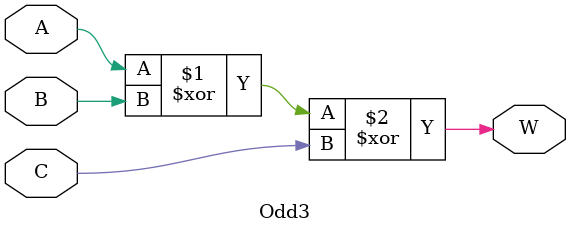
<source format=v>
module Odd3 (
    input wire A,    // First input
    input wire B,    // Second input
    input wire C,    // Third input
    output wire W    // Output
);

assign #(50) W = A ^ B ^ C; // XOR operation for 3 inputs

endmodule

</source>
